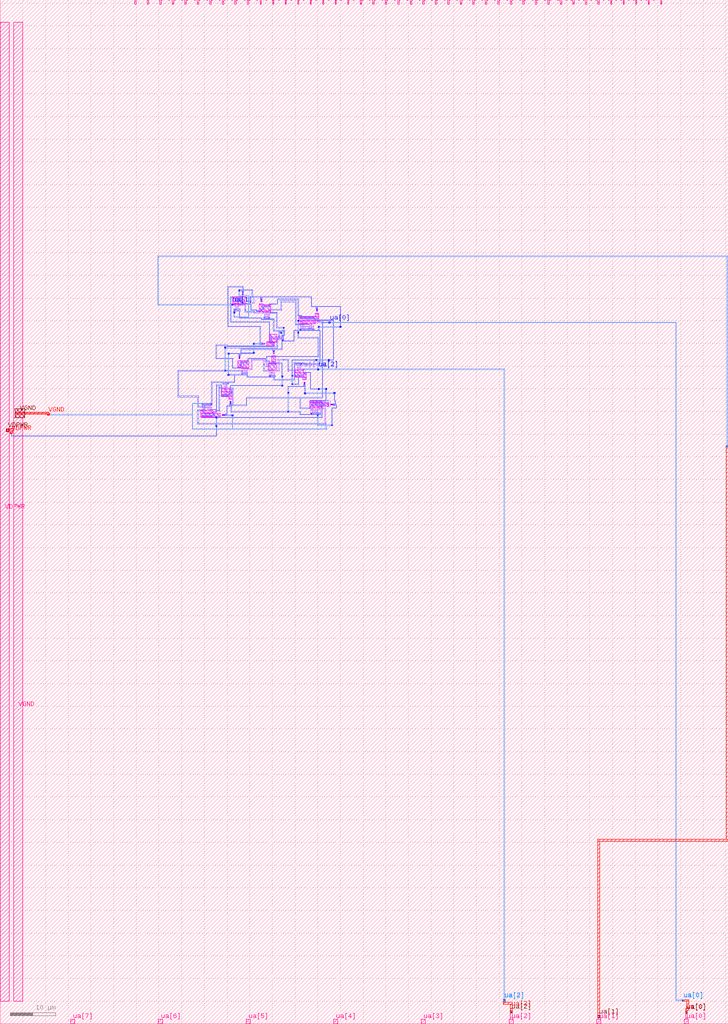
<source format=lef>
VERSION 5.7 ;
  NOWIREEXTENSIONATPIN ON ;
  DIVIDERCHAR "/" ;
  BUSBITCHARS "[]" ;
MACRO tt_um_test_5.gds
  CLASS BLOCK ;
  FOREIGN tt_um_test_5.gds ;
  ORIGIN 0.000 0.000 ;
  SIZE 160.510 BY 225.760 ;
  PIN clk
    DIRECTION INPUT ;
    PORT
      LAYER met4 ;
        RECT 142.830 224.760 143.130 225.760 ;
    END
  END clk
  PIN VDPWR
    DIRECTION INOUT ;
    USE POWER ;
    PORT
      LAYER met3 ;
        RECT 2.445 131.235 2.755 131.305 ;
        RECT 1.340 131.210 2.810 131.235 ;
        RECT 1.340 130.885 2.860 131.210 ;
        RECT 1.340 130.515 2.810 130.885 ;
        RECT 2.175 130.220 2.725 130.515 ;
        RECT 2.175 130.070 2.580 130.220 ;
      LAYER via3 ;
        RECT 1.400 130.625 1.900 131.125 ;
      LAYER met4 ;
        RECT 0.000 5.000 2.000 220.760 ;
    END
    PORT
      LAYER met4 ;
        RECT 145.590 224.760 145.890 225.760 ;
    END
  END VDPWR
  PIN VGND
    DIRECTION INOUT ;
    USE GROUND ;
    PORT
      LAYER met3 ;
        RECT 3.350 134.815 5.350 135.630 ;
        RECT 9.975 134.815 10.675 134.825 ;
        RECT 3.350 134.625 10.675 134.815 ;
        RECT 3.350 134.385 10.925 134.625 ;
        RECT 3.350 133.570 5.350 134.385 ;
        RECT 10.375 134.325 10.925 134.385 ;
        RECT 10.375 134.320 10.875 134.325 ;
        RECT 10.375 134.125 10.825 134.320 ;
      LAYER via3 ;
        RECT 3.350 133.600 5.350 135.600 ;
      LAYER met4 ;
        RECT 3.000 135.605 5.000 220.760 ;
        RECT 3.000 133.595 5.355 135.605 ;
        RECT 3.000 5.000 5.000 133.595 ;
    END
    PORT
      LAYER met4 ;
        RECT 140.070 224.760 140.370 225.760 ;
    END
  END VGND
  PIN ua[0]
    DIRECTION INOUT ;
    ANTENNAGATEAREA 0.471000 ;
    ANTENNADIFFAREA 0.800500 ;
    PORT
      LAYER li1 ;
        RECT 68.855 154.745 69.175 155.455 ;
        RECT 68.855 154.560 71.140 154.745 ;
        RECT 68.855 154.525 69.175 154.560 ;
        RECT 68.545 154.355 69.175 154.525 ;
        RECT 68.545 153.475 68.715 154.355 ;
        RECT 67.760 153.305 68.715 153.475 ;
        RECT 49.770 140.015 51.335 140.185 ;
        RECT 49.770 139.945 50.100 140.015 ;
        RECT 68.485 135.790 68.945 136.225 ;
        RECT 68.160 135.605 68.945 135.790 ;
        RECT 68.485 135.495 68.945 135.605 ;
      LAYER mcon ;
        RECT 70.955 154.560 71.140 154.745 ;
        RECT 51.165 140.015 51.335 140.185 ;
        RECT 68.170 135.615 68.340 135.785 ;
      LAYER met1 ;
        RECT 70.925 154.685 71.170 154.805 ;
        RECT 72.470 154.685 72.730 154.760 ;
        RECT 70.925 154.515 72.785 154.685 ;
        RECT 70.925 154.500 71.170 154.515 ;
        RECT 51.105 139.985 51.395 140.215 ;
        RECT 51.165 136.495 51.335 139.985 ;
        RECT 70.955 138.145 71.140 154.500 ;
        RECT 72.470 154.440 72.730 154.515 ;
        RECT 54.210 137.960 71.140 138.145 ;
        RECT 54.210 136.495 54.395 137.960 ;
        RECT 51.160 136.310 54.395 136.495 ;
        RECT 66.060 135.790 66.245 137.960 ;
        RECT 68.110 135.790 68.400 135.815 ;
        RECT 66.060 135.605 68.400 135.790 ;
        RECT 68.110 135.585 68.400 135.605 ;
      LAYER via ;
        RECT 72.470 154.470 72.730 154.730 ;
      LAYER met2 ;
        RECT 72.440 154.685 72.760 154.730 ;
        RECT 72.440 154.515 149.085 154.685 ;
        RECT 72.440 154.470 72.760 154.515 ;
        RECT 148.915 5.285 149.085 154.515 ;
        RECT 150.395 5.285 150.805 5.310 ;
        RECT 148.915 5.115 150.805 5.285 ;
        RECT 150.395 5.030 150.805 5.115 ;
      LAYER via2 ;
        RECT 150.440 5.030 150.760 5.310 ;
      LAYER met3 ;
        RECT 150.415 4.965 151.785 5.335 ;
        RECT 151.415 3.385 151.785 4.965 ;
        RECT 151.115 3.015 151.785 3.385 ;
        RECT 151.115 2.315 151.485 3.015 ;
      LAYER via3 ;
        RECT 151.115 2.365 151.485 2.735 ;
      LAYER met4 ;
        RECT 151.110 2.360 151.490 2.740 ;
        RECT 151.115 1.000 151.485 2.360 ;
        RECT 150.810 0.000 151.710 1.000 ;
    END
  END ua[0]
  PIN ua[1]
    DIRECTION INOUT ;
    ANTENNAGATEAREA 0.247500 ;
    PORT
      LAYER li1 ;
        RECT 51.820 158.640 52.150 158.665 ;
        RECT 51.565 158.465 52.150 158.640 ;
        RECT 51.820 158.425 52.150 158.465 ;
      LAYER mcon ;
        RECT 51.615 158.470 51.785 158.640 ;
      LAYER met1 ;
        RECT 51.045 158.640 51.365 158.685 ;
        RECT 51.555 158.640 51.845 158.670 ;
        RECT 51.045 158.465 51.845 158.640 ;
        RECT 51.045 158.425 51.365 158.465 ;
        RECT 51.555 158.440 51.845 158.465 ;
      LAYER via ;
        RECT 51.075 158.425 51.335 158.685 ;
      LAYER met2 ;
        RECT 34.715 169.110 160.385 169.285 ;
        RECT 34.715 158.640 34.890 169.110 ;
        RECT 51.075 158.640 51.335 158.715 ;
        RECT 34.715 158.465 51.340 158.640 ;
        RECT 51.075 158.395 51.335 158.465 ;
        RECT 160.210 127.465 160.385 169.110 ;
        RECT 160.085 127.185 160.510 127.465 ;
        RECT 160.210 127.145 160.385 127.185 ;
      LAYER via2 ;
        RECT 160.130 127.185 160.465 127.465 ;
      LAYER met3 ;
        RECT 160.105 40.655 160.490 127.490 ;
        RECT 131.760 40.270 160.490 40.655 ;
        RECT 131.760 1.785 132.145 40.270 ;
        RECT 131.755 1.325 132.155 1.785 ;
      LAYER via3 ;
        RECT 131.755 1.355 132.155 1.755 ;
      LAYER met4 ;
        RECT 131.835 1.760 132.235 1.870 ;
        RECT 131.750 1.435 132.235 1.760 ;
        RECT 131.750 1.350 132.270 1.435 ;
        RECT 131.835 1.000 132.270 1.350 ;
        RECT 131.490 0.000 132.390 1.000 ;
    END
  END ua[1]
  PIN ua[2]
    DIRECTION INOUT ;
    ANTENNAGATEAREA 0.247500 ;
    PORT
      LAYER li1 ;
        RECT 65.920 144.365 66.250 144.385 ;
        RECT 65.920 144.155 67.005 144.365 ;
        RECT 65.920 144.145 66.250 144.155 ;
      LAYER mcon ;
        RECT 66.795 144.155 67.005 144.365 ;
      LAYER met1 ;
        RECT 66.765 144.365 67.035 144.425 ;
        RECT 69.970 144.365 70.230 144.420 ;
        RECT 66.745 144.155 70.230 144.365 ;
        RECT 66.765 144.095 67.035 144.155 ;
        RECT 69.970 144.100 70.230 144.155 ;
      LAYER via ;
        RECT 69.970 144.130 70.230 144.390 ;
      LAYER met2 ;
        RECT 69.940 144.365 70.260 144.390 ;
        RECT 69.940 144.155 111.205 144.365 ;
        RECT 69.940 144.130 70.260 144.155 ;
        RECT 110.995 5.375 111.205 144.155 ;
        RECT 110.880 5.095 111.320 5.375 ;
        RECT 110.995 4.745 111.205 5.095 ;
      LAYER via2 ;
        RECT 110.925 5.095 111.275 5.375 ;
      LAYER met3 ;
        RECT 110.900 4.700 111.300 5.400 ;
        RECT 110.900 4.300 112.900 4.700 ;
        RECT 112.500 2.400 112.900 4.300 ;
      LAYER via3 ;
        RECT 112.500 2.450 112.900 2.850 ;
      LAYER met4 ;
        RECT 112.495 2.445 112.905 2.855 ;
        RECT 112.500 1.000 112.900 2.445 ;
        RECT 112.170 0.000 113.070 1.000 ;
    END
  END ua[2]
  PIN ua[3]
    DIRECTION INOUT ;
    PORT
      LAYER met4 ;
        RECT 92.850 0.000 93.750 1.000 ;
    END
  END ua[3]
  PIN ua[4]
    DIRECTION INOUT ;
    PORT
      LAYER met4 ;
        RECT 73.530 0.000 74.430 1.000 ;
    END
  END ua[4]
  PIN ua[5]
    DIRECTION INOUT ;
    PORT
      LAYER met4 ;
        RECT 54.210 0.000 55.110 1.000 ;
    END
  END ua[5]
  PIN ua[6]
    DIRECTION INOUT ;
    PORT
      LAYER met4 ;
        RECT 34.890 0.000 35.790 1.000 ;
    END
  END ua[6]
  PIN ua[7]
    DIRECTION INOUT ;
    PORT
      LAYER met4 ;
        RECT 15.570 0.000 16.470 1.000 ;
    END
  END ua[7]
  PIN ui_in[0]
    DIRECTION INPUT ;
    PORT
      LAYER met4 ;
        RECT 137.310 224.760 137.610 225.760 ;
    END
  END ui_in[0]
  PIN ui_in[1]
    DIRECTION INPUT ;
    PORT
      LAYER met4 ;
        RECT 134.550 224.760 134.850 225.760 ;
    END
  END ui_in[1]
  PIN ui_in[2]
    DIRECTION INPUT ;
    PORT
      LAYER met4 ;
        RECT 131.790 224.760 132.090 225.760 ;
    END
  END ui_in[2]
  PIN ui_in[3]
    DIRECTION INPUT ;
    PORT
      LAYER met4 ;
        RECT 129.030 224.760 129.330 225.760 ;
    END
  END ui_in[3]
  PIN ui_in[4]
    DIRECTION INPUT ;
    PORT
      LAYER met4 ;
        RECT 126.270 224.760 126.570 225.760 ;
    END
  END ui_in[4]
  PIN ui_in[5]
    DIRECTION INPUT ;
    PORT
      LAYER met4 ;
        RECT 123.510 224.760 123.810 225.760 ;
    END
  END ui_in[5]
  PIN ui_in[6]
    DIRECTION INPUT ;
    PORT
      LAYER met4 ;
        RECT 120.750 224.760 121.050 225.760 ;
    END
  END ui_in[6]
  PIN ui_in[7]
    DIRECTION INPUT ;
    PORT
      LAYER met4 ;
        RECT 117.990 224.760 118.290 225.760 ;
    END
  END ui_in[7]
  PIN uio_in[0]
    DIRECTION INPUT ;
    PORT
      LAYER met4 ;
        RECT 115.230 224.760 115.530 225.760 ;
    END
  END uio_in[0]
  PIN uio_in[1]
    DIRECTION INPUT ;
    PORT
      LAYER met4 ;
        RECT 112.470 224.760 112.770 225.760 ;
    END
  END uio_in[1]
  PIN uio_in[2]
    DIRECTION INPUT ;
    PORT
      LAYER met4 ;
        RECT 109.710 224.760 110.010 225.760 ;
    END
  END uio_in[2]
  PIN uio_in[3]
    DIRECTION INPUT ;
    PORT
      LAYER met4 ;
        RECT 106.950 224.760 107.250 225.760 ;
    END
  END uio_in[3]
  PIN uio_in[4]
    DIRECTION INPUT ;
    PORT
      LAYER met4 ;
        RECT 104.190 224.760 104.490 225.760 ;
    END
  END uio_in[4]
  PIN uio_in[5]
    DIRECTION INPUT ;
    PORT
      LAYER met4 ;
        RECT 101.430 224.760 101.730 225.760 ;
    END
  END uio_in[5]
  PIN uio_in[6]
    DIRECTION INPUT ;
    PORT
      LAYER met4 ;
        RECT 98.670 224.760 98.970 225.760 ;
    END
  END uio_in[6]
  PIN uio_in[7]
    DIRECTION INPUT ;
    PORT
      LAYER met4 ;
        RECT 95.910 224.760 96.210 225.760 ;
    END
  END uio_in[7]
  PIN uio_oe[0]
    DIRECTION OUTPUT TRISTATE ;
    PORT
      LAYER met4 ;
        RECT 48.990 224.760 49.290 225.760 ;
    END
  END uio_oe[0]
  PIN uio_oe[1]
    DIRECTION OUTPUT TRISTATE ;
    PORT
      LAYER met4 ;
        RECT 46.230 224.760 46.530 225.760 ;
    END
  END uio_oe[1]
  PIN uio_oe[2]
    DIRECTION OUTPUT TRISTATE ;
    PORT
      LAYER met4 ;
        RECT 43.470 224.760 43.770 225.760 ;
    END
  END uio_oe[2]
  PIN uio_oe[3]
    DIRECTION OUTPUT TRISTATE ;
    PORT
      LAYER met4 ;
        RECT 40.710 224.760 41.010 225.760 ;
    END
  END uio_oe[3]
  PIN uio_oe[4]
    DIRECTION OUTPUT TRISTATE ;
    PORT
      LAYER met4 ;
        RECT 37.950 224.760 38.250 225.760 ;
    END
  END uio_oe[4]
  PIN uio_oe[5]
    DIRECTION OUTPUT TRISTATE ;
    PORT
      LAYER met4 ;
        RECT 35.190 224.760 35.490 225.760 ;
    END
  END uio_oe[5]
  PIN uio_oe[6]
    DIRECTION OUTPUT TRISTATE ;
    PORT
      LAYER met4 ;
        RECT 32.430 224.760 32.730 225.760 ;
    END
  END uio_oe[6]
  PIN uio_oe[7]
    DIRECTION OUTPUT TRISTATE ;
    PORT
      LAYER met4 ;
        RECT 29.670 224.760 29.970 225.760 ;
    END
  END uio_oe[7]
  PIN uio_out[0]
    DIRECTION OUTPUT TRISTATE ;
    PORT
      LAYER met4 ;
        RECT 71.070 224.760 71.370 225.760 ;
    END
  END uio_out[0]
  PIN uio_out[1]
    DIRECTION OUTPUT TRISTATE ;
    PORT
      LAYER met4 ;
        RECT 68.310 224.760 68.610 225.760 ;
    END
  END uio_out[1]
  PIN uio_out[2]
    DIRECTION OUTPUT TRISTATE ;
    PORT
      LAYER met4 ;
        RECT 65.550 224.760 65.850 225.760 ;
    END
  END uio_out[2]
  PIN uio_out[3]
    DIRECTION OUTPUT TRISTATE ;
    PORT
      LAYER met4 ;
        RECT 62.790 224.760 63.090 225.760 ;
    END
  END uio_out[3]
  PIN uio_out[4]
    DIRECTION OUTPUT TRISTATE ;
    PORT
      LAYER met4 ;
        RECT 60.030 224.760 60.330 225.760 ;
    END
  END uio_out[4]
  PIN uio_out[5]
    DIRECTION OUTPUT TRISTATE ;
    PORT
      LAYER met4 ;
        RECT 57.270 224.760 57.570 225.760 ;
    END
  END uio_out[5]
  PIN uio_out[6]
    DIRECTION OUTPUT TRISTATE ;
    PORT
      LAYER met4 ;
        RECT 54.510 224.760 54.810 225.760 ;
    END
  END uio_out[6]
  PIN uio_out[7]
    DIRECTION OUTPUT TRISTATE ;
    PORT
      LAYER met4 ;
        RECT 51.750 224.760 52.050 225.760 ;
    END
  END uio_out[7]
  PIN uo_out[0]
    DIRECTION OUTPUT TRISTATE ;
    PORT
      LAYER met4 ;
        RECT 93.150 224.760 93.450 225.760 ;
    END
  END uo_out[0]
  PIN uo_out[1]
    DIRECTION OUTPUT TRISTATE ;
    PORT
      LAYER met4 ;
        RECT 90.390 224.760 90.690 225.760 ;
    END
  END uo_out[1]
  PIN uo_out[2]
    DIRECTION OUTPUT TRISTATE ;
    PORT
      LAYER met4 ;
        RECT 87.630 224.760 87.930 225.760 ;
    END
  END uo_out[2]
  PIN uo_out[3]
    DIRECTION OUTPUT TRISTATE ;
    PORT
      LAYER met4 ;
        RECT 84.870 224.760 85.170 225.760 ;
    END
  END uo_out[3]
  PIN uo_out[4]
    DIRECTION OUTPUT TRISTATE ;
    PORT
      LAYER met4 ;
        RECT 82.110 224.760 82.410 225.760 ;
    END
  END uo_out[4]
  PIN uo_out[5]
    DIRECTION OUTPUT TRISTATE ;
    PORT
      LAYER met4 ;
        RECT 79.350 224.760 79.650 225.760 ;
    END
  END uo_out[5]
  PIN uo_out[6]
    DIRECTION OUTPUT TRISTATE ;
    PORT
      LAYER met4 ;
        RECT 76.590 224.760 76.890 225.760 ;
    END
  END uo_out[6]
  PIN uo_out[7]
    DIRECTION OUTPUT TRISTATE ;
    PORT
      LAYER met4 ;
        RECT 73.830 224.760 74.130 225.760 ;
    END
  END uo_out[7]
  OBS
      LAYER pwell ;
        RECT 53.385 160.765 53.555 161.290 ;
      LAYER nwell ;
        RECT 53.050 160.260 53.890 160.305 ;
        RECT 51.310 158.700 53.890 160.260 ;
      LAYER pwell ;
        RECT 57.485 159.165 57.655 159.690 ;
      LAYER nwell ;
        RECT 51.310 158.655 53.070 158.700 ;
        RECT 57.150 158.500 57.990 158.705 ;
      LAYER pwell ;
        RECT 51.645 157.265 51.815 157.435 ;
      LAYER nwell ;
        RECT 57.150 157.100 59.660 158.500 ;
      LAYER pwell ;
        RECT 69.735 157.115 69.905 157.640 ;
      LAYER nwell ;
        RECT 57.900 156.895 59.660 157.100 ;
        RECT 69.400 155.900 70.240 156.655 ;
      LAYER pwell ;
        RECT 59.150 155.505 59.320 155.675 ;
      LAYER nwell ;
        RECT 65.850 155.050 70.240 155.900 ;
        RECT 65.850 154.295 69.450 155.050 ;
      LAYER pwell ;
        RECT 66.185 152.905 66.355 153.075 ;
      LAYER nwell ;
        RECT 59.360 150.340 60.965 152.020 ;
      LAYER pwell ;
        RECT 62.185 150.595 62.355 150.765 ;
      LAYER nwell ;
        RECT 58.795 150.260 60.965 150.340 ;
      LAYER pwell ;
        RECT 57.810 149.835 58.335 150.005 ;
      LAYER nwell ;
        RECT 58.795 149.500 60.400 150.260 ;
      LAYER pwell ;
        RECT 60.235 147.715 60.405 148.240 ;
        RECT 52.685 146.665 52.855 147.190 ;
      LAYER nwell ;
        RECT 52.350 146.150 53.190 146.205 ;
        RECT 52.350 144.600 54.760 146.150 ;
        RECT 59.900 145.650 60.740 147.255 ;
        RECT 53.000 144.545 54.760 144.600 ;
        RECT 59.050 144.045 60.810 145.650 ;
      LAYER pwell ;
        RECT 66.255 145.375 66.425 145.545 ;
      LAYER nwell ;
        RECT 65.000 143.550 66.760 144.155 ;
      LAYER pwell ;
        RECT 53.335 143.155 53.505 143.325 ;
        RECT 59.390 142.655 59.560 142.825 ;
      LAYER nwell ;
        RECT 65.000 142.550 67.490 143.550 ;
        RECT 66.650 141.945 67.490 142.550 ;
      LAYER pwell ;
        RECT 50.105 141.175 50.275 141.345 ;
        RECT 66.985 140.960 67.155 141.485 ;
      LAYER nwell ;
        RECT 48.850 139.300 50.610 139.955 ;
        RECT 48.850 138.350 51.190 139.300 ;
        RECT 50.350 137.695 51.190 138.350 ;
      LAYER pwell ;
        RECT 50.685 136.710 50.855 137.235 ;
      LAYER nwell ;
        RECT 68.210 136.940 70.890 137.410 ;
      LAYER pwell ;
        RECT 46.380 136.525 46.550 136.695 ;
      LAYER nwell ;
        RECT 68.210 136.100 72.455 136.940 ;
      LAYER pwell ;
        RECT 72.915 136.435 73.440 136.605 ;
      LAYER nwell ;
        RECT 68.210 135.805 70.890 136.100 ;
        RECT 44.210 134.650 46.890 135.305 ;
        RECT 44.210 133.810 48.495 134.650 ;
      LAYER pwell ;
        RECT 68.550 134.415 68.720 134.585 ;
        RECT 48.955 134.145 49.480 134.315 ;
      LAYER nwell ;
        RECT 44.210 133.700 46.890 133.810 ;
      LAYER li1 ;
        RECT 53.240 161.525 53.700 161.695 ;
        RECT 53.325 160.800 53.615 161.525 ;
        RECT 51.500 159.985 52.880 160.155 ;
        RECT 51.840 158.845 52.050 159.985 ;
        RECT 52.220 158.835 52.550 159.815 ;
        RECT 53.325 158.975 53.615 160.140 ;
        RECT 57.340 159.925 57.800 160.095 ;
        RECT 57.425 159.200 57.715 159.925 ;
        RECT 52.320 158.495 52.550 158.835 ;
        RECT 53.240 158.805 53.700 158.975 ;
        RECT 52.880 158.495 54.085 158.590 ;
        RECT 52.320 158.415 54.085 158.495 ;
        RECT 52.320 158.310 53.040 158.415 ;
        RECT 51.820 157.435 52.050 158.255 ;
        RECT 52.320 158.235 52.550 158.310 ;
        RECT 52.220 157.605 52.550 158.235 ;
        RECT 53.910 157.585 54.085 158.415 ;
        RECT 51.500 157.265 52.880 157.435 ;
        RECT 53.910 157.415 54.090 157.585 ;
        RECT 53.910 157.090 54.085 157.415 ;
        RECT 57.425 157.375 57.715 158.540 ;
        RECT 58.090 158.225 59.470 158.395 ;
        RECT 57.340 157.205 57.800 157.375 ;
        RECT 55.910 156.845 56.095 157.090 ;
        RECT 58.185 157.085 58.515 158.225 ;
        RECT 59.045 157.255 59.375 158.040 ;
        RECT 69.590 157.875 70.050 158.045 ;
        RECT 58.695 157.085 59.375 157.255 ;
        RECT 69.675 157.150 69.965 157.875 ;
        RECT 58.175 156.845 58.525 156.915 ;
        RECT 55.910 156.665 58.525 156.845 ;
        RECT 55.910 156.660 58.320 156.665 ;
        RECT 58.695 156.485 58.865 157.085 ;
        RECT 59.035 156.840 59.385 156.915 ;
        RECT 59.035 156.665 59.640 156.840 ;
        RECT 59.245 156.660 59.640 156.665 ;
        RECT 58.185 155.675 58.455 156.485 ;
        RECT 58.625 155.845 58.955 156.485 ;
        RECT 59.125 155.675 59.365 156.485 ;
        RECT 58.090 155.505 59.470 155.675 ;
        RECT 66.040 155.625 69.260 155.795 ;
        RECT 66.125 154.775 66.505 155.455 ;
        RECT 66.125 153.815 66.295 154.775 ;
        RECT 66.715 154.605 66.885 155.035 ;
        RECT 67.095 154.775 67.265 155.625 ;
        RECT 67.435 154.945 67.765 155.455 ;
        RECT 67.935 155.115 68.105 155.625 ;
        RECT 68.275 154.945 68.675 155.455 ;
        RECT 69.675 155.325 69.965 156.490 ;
        RECT 69.590 155.155 70.050 155.325 ;
        RECT 67.435 154.775 68.675 154.945 ;
        RECT 66.465 154.435 67.770 154.605 ;
        RECT 66.465 153.985 66.710 154.435 ;
        RECT 66.880 154.065 67.430 154.265 ;
        RECT 67.600 154.235 67.770 154.435 ;
        RECT 67.600 154.065 67.975 154.235 ;
        RECT 68.145 153.815 68.375 154.315 ;
        RECT 66.125 153.645 68.375 153.815 ;
        RECT 66.175 153.075 66.505 153.465 ;
        RECT 66.675 153.325 66.845 153.645 ;
        RECT 67.015 153.075 67.345 153.465 ;
        RECT 68.885 153.075 69.175 153.910 ;
        RECT 66.040 152.905 69.260 153.075 ;
        RECT 59.465 151.000 59.635 151.830 ;
        RECT 61.365 151.500 61.635 151.595 ;
        RECT 59.805 151.270 62.015 151.500 ;
        RECT 59.805 151.170 60.785 151.270 ;
        RECT 61.385 151.170 62.015 151.270 ;
        RECT 59.465 150.790 60.775 151.000 ;
        RECT 59.465 150.450 59.635 150.790 ;
        RECT 60.955 150.770 61.195 151.100 ;
        RECT 62.185 151.000 62.355 151.830 ;
        RECT 61.365 150.770 62.355 151.000 ;
        RECT 62.185 150.450 62.355 150.770 ;
        RECT 57.405 150.065 57.575 150.150 ;
        RECT 60.125 150.065 60.295 150.150 ;
        RECT 57.405 149.775 58.300 150.065 ;
        RECT 58.960 149.775 60.295 150.065 ;
        RECT 57.405 149.690 57.575 149.775 ;
        RECT 60.125 149.690 60.295 149.775 ;
        RECT 60.090 148.475 60.550 148.645 ;
        RECT 60.175 147.750 60.465 148.475 ;
        RECT 52.540 147.425 53.000 147.595 ;
        RECT 52.625 146.700 52.915 147.425 ;
        RECT 55.385 146.480 55.610 146.610 ;
        RECT 55.790 146.480 58.270 146.490 ;
        RECT 55.385 146.255 58.270 146.480 ;
        RECT 52.625 144.875 52.915 146.040 ;
        RECT 53.190 145.875 54.570 146.045 ;
        RECT 53.275 144.905 53.535 145.875 ;
        RECT 52.540 144.705 53.000 144.875 ;
        RECT 53.275 143.615 53.515 144.565 ;
        RECT 53.705 144.530 54.035 145.705 ;
        RECT 54.205 144.905 54.485 145.875 ;
        RECT 53.705 144.380 54.485 144.530 ;
        RECT 55.385 144.380 55.610 146.255 ;
        RECT 55.790 146.245 58.270 146.255 ;
        RECT 58.025 145.480 58.270 146.245 ;
        RECT 57.995 145.170 58.305 145.480 ;
        RECT 58.665 144.995 58.835 147.185 ;
        RECT 60.175 145.925 60.465 147.090 ;
        RECT 61.185 146.285 62.610 146.510 ;
        RECT 60.090 145.755 60.550 145.925 ;
        RECT 59.240 145.375 60.620 145.545 ;
        RECT 59.335 144.995 59.665 145.190 ;
        RECT 58.665 144.825 59.665 144.995 ;
        RECT 53.705 144.155 55.610 144.380 ;
        RECT 59.335 144.405 59.665 144.825 ;
        RECT 59.335 144.235 60.015 144.405 ;
        RECT 60.195 144.235 60.525 145.375 ;
        RECT 53.705 144.000 54.485 144.155 ;
        RECT 59.325 144.050 59.675 144.065 ;
        RECT 53.705 143.495 54.030 144.000 ;
        RECT 59.280 143.855 59.675 144.050 ;
        RECT 54.200 143.325 54.485 143.830 ;
        RECT 59.325 143.815 59.675 143.855 ;
        RECT 59.845 143.635 60.015 144.235 ;
        RECT 60.185 144.055 60.535 144.065 ;
        RECT 61.185 144.055 61.510 146.285 ;
        RECT 65.190 145.375 66.570 145.545 ;
        RECT 65.520 144.575 65.850 145.205 ;
        RECT 63.390 144.210 63.615 144.215 ;
        RECT 65.520 144.210 65.750 144.575 ;
        RECT 66.020 144.555 66.250 145.375 ;
        RECT 60.185 143.830 61.610 144.055 ;
        RECT 63.390 143.995 65.750 144.210 ;
        RECT 63.390 143.990 63.615 143.995 ;
        RECT 65.520 143.975 65.750 143.995 ;
        RECT 60.185 143.815 60.535 143.830 ;
        RECT 53.190 143.155 54.570 143.325 ;
        RECT 59.345 142.825 59.585 143.635 ;
        RECT 59.755 142.995 60.085 143.635 ;
        RECT 60.255 142.825 60.525 143.635 ;
        RECT 65.520 142.995 65.850 143.975 ;
        RECT 66.020 142.825 66.230 143.965 ;
        RECT 66.840 143.275 67.300 143.445 ;
        RECT 59.240 142.655 60.620 142.825 ;
        RECT 65.190 142.655 66.570 142.825 ;
        RECT 66.925 142.110 67.215 143.275 ;
        RECT 49.040 141.175 50.420 141.345 ;
        RECT 49.370 140.375 49.700 141.005 ;
        RECT 49.370 140.365 49.600 140.375 ;
        RECT 48.185 140.135 49.600 140.365 ;
        RECT 49.870 140.355 50.100 141.175 ;
        RECT 66.925 140.725 67.215 141.450 ;
        RECT 66.840 140.555 67.300 140.725 ;
        RECT 49.370 139.775 49.600 140.135 ;
        RECT 49.370 138.795 49.700 139.775 ;
        RECT 49.870 138.625 50.080 139.765 ;
        RECT 50.540 139.025 51.000 139.195 ;
        RECT 49.040 138.455 50.420 138.625 ;
        RECT 50.625 137.860 50.915 139.025 ;
        RECT 44.400 136.525 46.700 136.695 ;
        RECT 44.485 135.805 45.080 136.355 ;
        RECT 45.250 136.125 46.185 136.525 ;
        RECT 50.625 136.475 50.915 137.200 ;
        RECT 68.400 137.135 70.700 137.305 ;
        RECT 68.485 136.565 68.745 136.965 ;
        RECT 68.915 136.735 69.850 137.135 ;
        RECT 70.020 136.625 70.615 136.965 ;
        RECT 70.955 136.665 71.125 136.750 ;
        RECT 73.675 136.665 73.845 136.750 ;
        RECT 46.355 135.955 46.615 136.355 ;
        RECT 50.540 136.305 51.000 136.475 ;
        RECT 68.485 136.395 69.850 136.565 ;
        RECT 44.485 134.655 44.725 135.635 ;
        RECT 44.905 134.485 45.080 135.805 ;
        RECT 45.250 135.785 46.615 135.955 ;
        RECT 45.250 134.715 45.985 135.785 ;
        RECT 46.155 135.540 46.615 135.615 ;
        RECT 46.155 135.355 47.640 135.540 ;
        RECT 46.155 134.885 46.615 135.355 ;
        RECT 47.455 135.295 47.640 135.355 ;
        RECT 69.115 135.325 69.850 136.395 ;
        RECT 48.185 135.295 48.415 135.320 ;
        RECT 47.455 135.110 48.415 135.295 ;
        RECT 48.185 135.090 48.415 135.110 ;
        RECT 68.485 135.155 69.850 135.325 ;
        RECT 70.020 135.305 70.195 136.625 ;
        RECT 70.375 135.810 70.615 136.455 ;
        RECT 70.955 136.375 72.290 136.665 ;
        RECT 72.950 136.375 73.845 136.665 ;
        RECT 70.955 136.290 71.125 136.375 ;
        RECT 73.675 136.290 73.845 136.375 ;
        RECT 70.375 135.770 71.755 135.810 ;
        RECT 70.375 135.595 71.770 135.770 ;
        RECT 70.375 135.475 70.615 135.595 ;
        RECT 68.485 134.755 68.745 135.155 ;
        RECT 45.250 134.545 46.615 134.715 ;
        RECT 68.915 134.585 69.850 134.985 ;
        RECT 70.020 134.755 70.615 135.305 ;
        RECT 44.485 134.145 45.080 134.485 ;
        RECT 45.250 133.975 46.185 134.375 ;
        RECT 46.355 134.145 46.615 134.545 ;
        RECT 46.995 134.375 47.165 134.460 ;
        RECT 49.715 134.375 49.885 134.460 ;
        RECT 68.400 134.415 70.700 134.585 ;
        RECT 46.995 134.085 48.330 134.375 ;
        RECT 48.990 134.085 49.885 134.375 ;
        RECT 46.995 134.000 47.165 134.085 ;
        RECT 49.715 134.000 49.885 134.085 ;
        RECT 44.400 133.805 46.700 133.975 ;
        RECT 71.530 132.130 71.770 135.595 ;
      LAYER mcon ;
        RECT 53.385 161.525 53.555 161.695 ;
        RECT 51.645 159.985 51.815 160.155 ;
        RECT 52.105 159.985 52.275 160.155 ;
        RECT 52.565 159.985 52.735 160.155 ;
        RECT 57.485 159.925 57.655 160.095 ;
        RECT 53.385 158.805 53.555 158.975 ;
        RECT 51.645 157.265 51.815 157.435 ;
        RECT 52.105 157.265 52.275 157.435 ;
        RECT 52.565 157.265 52.735 157.435 ;
        RECT 53.920 157.415 54.090 157.585 ;
        RECT 58.235 158.225 58.405 158.395 ;
        RECT 58.695 158.225 58.865 158.395 ;
        RECT 59.155 158.225 59.325 158.395 ;
        RECT 57.485 157.205 57.655 157.375 ;
        RECT 55.910 156.915 56.095 157.090 ;
        RECT 69.735 157.875 69.905 158.045 ;
        RECT 59.115 157.335 59.285 157.505 ;
        RECT 59.465 156.665 59.635 156.835 ;
        RECT 58.235 155.505 58.405 155.675 ;
        RECT 58.695 155.505 58.865 155.675 ;
        RECT 59.155 155.505 59.325 155.675 ;
        RECT 66.185 155.625 66.355 155.795 ;
        RECT 66.645 155.625 66.815 155.795 ;
        RECT 67.105 155.625 67.275 155.795 ;
        RECT 67.565 155.625 67.735 155.795 ;
        RECT 68.025 155.625 68.195 155.795 ;
        RECT 68.485 155.625 68.655 155.795 ;
        RECT 68.945 155.625 69.115 155.795 ;
        RECT 66.715 154.865 66.885 155.035 ;
        RECT 69.735 155.155 69.905 155.325 ;
        RECT 66.185 152.905 66.355 153.075 ;
        RECT 66.645 152.905 66.815 153.075 ;
        RECT 67.105 152.905 67.275 153.075 ;
        RECT 67.565 152.905 67.735 153.075 ;
        RECT 68.025 152.905 68.195 153.075 ;
        RECT 68.485 152.905 68.655 153.075 ;
        RECT 68.945 152.905 69.115 153.075 ;
        RECT 59.465 151.515 59.635 151.685 ;
        RECT 59.465 151.055 59.635 151.225 ;
        RECT 61.365 151.325 61.635 151.595 ;
        RECT 62.185 151.515 62.355 151.685 ;
        RECT 62.185 151.055 62.355 151.225 ;
        RECT 61.010 150.810 61.190 150.990 ;
        RECT 59.465 150.595 59.635 150.765 ;
        RECT 62.185 150.595 62.355 150.765 ;
        RECT 57.405 149.835 57.575 150.005 ;
        RECT 60.125 149.835 60.295 150.005 ;
        RECT 60.235 148.475 60.405 148.645 ;
        RECT 52.685 147.425 52.855 147.595 ;
        RECT 58.665 147.015 58.835 147.185 ;
        RECT 53.335 145.875 53.505 146.045 ;
        RECT 53.795 145.875 53.965 146.045 ;
        RECT 54.255 145.875 54.425 146.045 ;
        RECT 52.685 144.705 52.855 144.875 ;
        RECT 62.415 146.315 62.585 146.485 ;
        RECT 60.235 145.755 60.405 145.925 ;
        RECT 59.385 145.375 59.555 145.545 ;
        RECT 59.845 145.375 60.015 145.545 ;
        RECT 60.305 145.375 60.475 145.545 ;
        RECT 59.280 143.855 59.475 144.050 ;
        RECT 65.335 145.375 65.505 145.545 ;
        RECT 65.795 145.375 65.965 145.545 ;
        RECT 66.255 145.375 66.425 145.545 ;
        RECT 53.335 143.155 53.505 143.325 ;
        RECT 53.795 143.155 53.965 143.325 ;
        RECT 54.255 143.155 54.425 143.325 ;
        RECT 66.985 143.275 67.155 143.445 ;
        RECT 59.385 142.655 59.555 142.825 ;
        RECT 59.845 142.655 60.015 142.825 ;
        RECT 60.305 142.655 60.475 142.825 ;
        RECT 65.335 142.655 65.505 142.825 ;
        RECT 65.795 142.655 65.965 142.825 ;
        RECT 66.255 142.655 66.425 142.825 ;
        RECT 49.185 141.175 49.355 141.345 ;
        RECT 49.645 141.175 49.815 141.345 ;
        RECT 50.105 141.175 50.275 141.345 ;
        RECT 66.985 140.555 67.155 140.725 ;
        RECT 50.685 139.025 50.855 139.195 ;
        RECT 49.185 138.455 49.355 138.625 ;
        RECT 49.645 138.455 49.815 138.625 ;
        RECT 50.105 138.455 50.275 138.625 ;
        RECT 44.545 136.525 44.715 136.695 ;
        RECT 45.005 136.525 45.175 136.695 ;
        RECT 45.465 136.525 45.635 136.695 ;
        RECT 45.925 136.525 46.095 136.695 ;
        RECT 46.385 136.525 46.555 136.695 ;
        RECT 44.485 135.975 44.655 136.145 ;
        RECT 68.545 137.135 68.715 137.305 ;
        RECT 69.005 137.135 69.175 137.305 ;
        RECT 69.465 137.135 69.635 137.305 ;
        RECT 69.925 137.135 70.095 137.305 ;
        RECT 70.385 137.135 70.555 137.305 ;
        RECT 50.685 136.305 50.855 136.475 ;
        RECT 44.485 135.125 44.725 135.365 ;
        RECT 70.955 136.435 71.125 136.605 ;
        RECT 73.675 136.435 73.845 136.605 ;
        RECT 68.545 134.415 68.715 134.585 ;
        RECT 69.005 134.415 69.175 134.585 ;
        RECT 69.465 134.415 69.635 134.585 ;
        RECT 69.925 134.415 70.095 134.585 ;
        RECT 70.385 134.415 70.555 134.585 ;
        RECT 46.995 134.145 47.165 134.315 ;
        RECT 49.715 134.145 49.885 134.315 ;
        RECT 44.545 133.805 44.715 133.975 ;
        RECT 45.005 133.805 45.175 133.975 ;
        RECT 45.465 133.805 45.635 133.975 ;
        RECT 45.925 133.805 46.095 133.975 ;
        RECT 46.385 133.805 46.555 133.975 ;
      LAYER met1 ;
        RECT 50.125 162.420 53.625 162.575 ;
        RECT 50.125 153.825 50.280 162.420 ;
        RECT 53.470 161.850 53.625 162.420 ;
        RECT 53.240 161.825 55.625 161.850 ;
        RECT 52.625 161.815 55.625 161.825 ;
        RECT 52.575 161.695 55.625 161.815 ;
        RECT 52.575 161.670 53.700 161.695 ;
        RECT 52.575 161.495 52.835 161.670 ;
        RECT 53.240 161.370 53.700 161.670 ;
        RECT 55.470 160.380 55.625 161.695 ;
        RECT 50.725 160.310 51.575 160.325 ;
        RECT 50.725 160.300 52.880 160.310 ;
        RECT 50.725 160.170 53.170 160.300 ;
        RECT 55.470 160.225 68.725 160.380 ;
        RECT 50.725 154.775 50.880 160.170 ;
        RECT 51.500 160.160 53.170 160.170 ;
        RECT 51.500 159.830 52.880 160.160 ;
        RECT 53.030 159.570 53.170 160.160 ;
        RECT 57.340 159.770 57.800 160.225 ;
        RECT 52.880 159.430 53.170 159.570 ;
        RECT 61.070 159.670 65.775 159.825 ;
        RECT 52.880 159.120 53.020 159.430 ;
        RECT 53.240 159.120 53.700 159.130 ;
        RECT 52.880 158.980 53.700 159.120 ;
        RECT 53.240 158.795 53.700 158.980 ;
        RECT 53.240 158.655 55.320 158.795 ;
        RECT 61.070 158.775 61.225 159.670 ;
        RECT 53.240 158.650 53.700 158.655 ;
        RECT 51.500 157.110 52.880 157.590 ;
        RECT 53.890 157.355 54.120 157.645 ;
        RECT 55.180 157.470 55.320 158.655 ;
        RECT 59.315 158.620 61.225 158.775 ;
        RECT 61.790 159.130 65.295 159.420 ;
        RECT 59.315 158.550 59.470 158.620 ;
        RECT 57.725 158.395 59.470 158.550 ;
        RECT 57.725 157.930 57.880 158.395 ;
        RECT 58.090 158.070 59.470 158.395 ;
        RECT 57.725 157.775 58.075 157.930 ;
        RECT 57.920 157.620 58.075 157.775 ;
        RECT 57.735 157.530 58.115 157.620 ;
        RECT 51.525 156.965 51.680 157.110 ;
        RECT 51.475 156.645 51.735 156.965 ;
        RECT 52.680 155.680 52.835 157.110 ;
        RECT 53.915 157.090 54.090 157.355 ;
        RECT 55.180 157.330 56.620 157.470 ;
        RECT 56.480 157.170 56.620 157.330 ;
        RECT 57.340 157.385 58.115 157.530 ;
        RECT 59.085 157.505 59.315 157.535 ;
        RECT 61.790 157.505 62.080 159.130 ;
        RECT 57.340 157.170 57.800 157.385 ;
        RECT 59.045 157.335 62.085 157.505 ;
        RECT 59.085 157.305 59.315 157.335 ;
        RECT 55.850 157.090 56.155 157.120 ;
        RECT 53.910 156.915 56.155 157.090 ;
        RECT 56.480 157.050 57.800 157.170 ;
        RECT 56.480 157.030 57.420 157.050 ;
        RECT 55.850 156.885 56.155 156.915 ;
        RECT 59.405 156.840 59.695 156.865 ;
        RECT 59.405 156.805 61.040 156.840 ;
        RECT 59.405 156.660 61.055 156.805 ;
        RECT 59.405 156.635 59.695 156.660 ;
        RECT 52.680 155.525 57.675 155.680 ;
        RECT 57.520 155.380 57.675 155.525 ;
        RECT 58.090 155.475 59.470 155.830 ;
        RECT 58.020 155.385 59.470 155.475 ;
        RECT 58.020 155.380 60.375 155.385 ;
        RECT 57.520 155.230 60.375 155.380 ;
        RECT 57.520 155.225 58.175 155.230 ;
        RECT 50.725 154.620 59.465 154.775 ;
        RECT 50.125 153.670 57.405 153.825 ;
        RECT 57.250 150.150 57.405 153.670 ;
        RECT 59.310 151.830 59.465 154.620 ;
        RECT 60.220 152.885 60.375 155.230 ;
        RECT 60.845 153.605 61.055 156.660 ;
        RECT 65.005 154.235 65.295 159.130 ;
        RECT 65.620 156.230 65.775 159.670 ;
        RECT 68.570 158.230 68.725 160.225 ;
        RECT 68.570 158.075 75.075 158.230 ;
        RECT 69.590 157.720 70.050 158.075 ;
        RECT 65.620 156.075 66.425 156.230 ;
        RECT 65.975 155.950 66.425 156.075 ;
        RECT 65.975 155.925 69.260 155.950 ;
        RECT 66.040 155.675 69.260 155.925 ;
        RECT 66.040 155.575 69.330 155.675 ;
        RECT 66.040 155.470 69.430 155.575 ;
        RECT 69.175 155.420 69.430 155.470 ;
        RECT 69.275 155.155 69.430 155.420 ;
        RECT 69.590 155.155 70.050 155.480 ;
        RECT 65.540 155.035 65.860 155.130 ;
        RECT 69.275 155.080 70.050 155.155 ;
        RECT 70.375 155.080 73.525 155.175 ;
        RECT 66.655 155.035 66.945 155.065 ;
        RECT 65.540 154.870 66.945 155.035 ;
        RECT 69.275 155.020 73.525 155.080 ;
        RECT 69.275 155.000 70.530 155.020 ;
        RECT 69.925 154.925 70.530 155.000 ;
        RECT 65.615 154.865 66.945 154.870 ;
        RECT 66.655 154.835 66.945 154.865 ;
        RECT 66.850 154.235 67.080 154.295 ;
        RECT 65.005 154.065 67.080 154.235 ;
        RECT 65.005 154.055 65.295 154.065 ;
        RECT 66.850 154.005 67.080 154.065 ;
        RECT 60.845 153.585 62.655 153.605 ;
        RECT 60.845 153.395 62.665 153.585 ;
        RECT 70.095 153.525 70.415 153.785 ;
        RECT 62.335 153.325 62.665 153.395 ;
        RECT 66.040 152.925 69.260 153.230 ;
        RECT 70.125 152.925 70.280 153.525 ;
        RECT 60.220 152.730 62.675 152.885 ;
        RECT 61.365 152.515 61.985 152.535 ;
        RECT 61.365 152.265 62.085 152.515 ;
        RECT 59.310 150.450 59.790 151.830 ;
        RECT 61.365 151.655 61.635 152.265 ;
        RECT 61.815 152.185 62.085 152.265 ;
        RECT 62.520 151.930 62.675 152.730 ;
        RECT 62.325 151.830 62.675 151.930 ;
        RECT 62.030 151.775 62.675 151.830 ;
        RECT 64.670 152.770 70.575 152.925 ;
        RECT 61.335 151.265 61.665 151.655 ;
        RECT 61.010 151.020 61.190 151.090 ;
        RECT 60.950 150.780 61.250 151.020 ;
        RECT 61.010 150.620 61.190 150.780 ;
        RECT 60.930 150.560 61.190 150.620 ;
        RECT 62.030 150.605 62.510 151.775 ;
        RECT 64.670 150.605 64.825 152.770 ;
        RECT 66.040 152.750 69.260 152.770 ;
        RECT 65.570 152.240 65.830 152.560 ;
        RECT 65.615 151.335 65.785 152.240 ;
        RECT 65.615 151.165 70.215 151.335 ;
        RECT 59.310 150.230 59.465 150.450 ;
        RECT 59.310 150.150 60.125 150.230 ;
        RECT 55.745 150.025 56.065 150.080 ;
        RECT 57.250 150.025 57.730 150.150 ;
        RECT 59.310 150.075 60.450 150.150 ;
        RECT 55.745 149.870 57.730 150.025 ;
        RECT 55.745 149.820 56.065 149.870 ;
        RECT 57.250 149.690 57.730 149.870 ;
        RECT 59.970 149.690 60.450 150.075 ;
        RECT 47.525 149.530 50.180 149.675 ;
        RECT 60.295 149.530 60.450 149.690 ;
        RECT 47.525 149.520 60.450 149.530 ;
        RECT 47.525 146.780 47.680 149.520 ;
        RECT 50.025 149.375 60.450 149.520 ;
        RECT 49.440 149.220 49.760 149.230 ;
        RECT 60.930 149.220 61.170 150.560 ;
        RECT 49.440 148.980 61.170 149.220 ;
        RECT 62.030 150.450 64.825 150.605 ;
        RECT 49.440 148.970 49.760 148.980 ;
        RECT 53.025 148.780 60.550 148.800 ;
        RECT 62.030 148.780 62.185 150.450 ;
        RECT 53.025 148.645 62.185 148.780 ;
        RECT 53.025 147.930 53.180 148.645 ;
        RECT 60.090 148.625 62.185 148.645 ;
        RECT 60.090 148.320 60.550 148.625 ;
        RECT 55.775 147.930 56.035 148.110 ;
        RECT 50.195 147.825 50.515 147.880 ;
        RECT 53.025 147.830 56.035 147.930 ;
        RECT 50.195 147.750 52.675 147.825 ;
        RECT 52.875 147.790 56.035 147.830 ;
        RECT 52.875 147.775 55.980 147.790 ;
        RECT 52.875 147.750 53.180 147.775 ;
        RECT 50.195 147.675 53.180 147.750 ;
        RECT 50.195 147.670 53.000 147.675 ;
        RECT 50.195 147.620 50.515 147.670 ;
        RECT 52.540 147.270 53.000 147.670 ;
        RECT 58.605 147.185 58.895 147.215 ;
        RECT 70.045 147.185 70.215 151.165 ;
        RECT 58.605 147.015 70.215 147.185 ;
        RECT 58.605 146.985 58.895 147.015 ;
        RECT 47.525 146.625 51.320 146.780 ;
        RECT 51.130 144.680 51.285 146.625 ;
        RECT 54.525 146.620 58.680 146.775 ;
        RECT 54.525 146.280 54.680 146.620 ;
        RECT 54.425 146.200 54.680 146.280 ;
        RECT 53.190 146.125 54.680 146.200 ;
        RECT 58.525 146.125 58.680 146.620 ;
        RECT 62.355 146.510 62.645 146.515 ;
        RECT 62.355 146.285 63.610 146.510 ;
        RECT 69.540 146.425 69.860 146.480 ;
        RECT 53.190 145.875 54.570 146.125 ;
        RECT 58.525 145.970 59.425 146.125 ;
        RECT 53.020 145.720 54.570 145.875 ;
        RECT 53.020 145.030 53.175 145.720 ;
        RECT 59.270 145.700 59.425 145.970 ;
        RECT 60.090 145.700 60.550 146.080 ;
        RECT 59.240 145.545 62.225 145.700 ;
        RECT 57.935 145.140 58.365 145.510 ;
        RECT 59.240 145.220 60.620 145.545 ;
        RECT 52.540 144.875 53.175 145.030 ;
        RECT 52.540 144.680 53.000 144.875 ;
        RECT 51.130 144.550 53.000 144.680 ;
        RECT 51.130 144.525 52.875 144.550 ;
        RECT 49.440 144.120 49.760 144.130 ;
        RECT 39.150 143.880 53.515 144.120 ;
        RECT 57.995 144.050 58.305 145.140 ;
        RECT 59.250 144.050 59.505 144.080 ;
        RECT 39.150 138.420 39.390 143.880 ;
        RECT 49.440 143.870 49.760 143.880 ;
        RECT 57.995 143.855 59.545 144.050 ;
        RECT 57.995 143.845 58.305 143.855 ;
        RECT 59.250 143.825 59.505 143.855 ;
        RECT 50.175 143.155 50.435 143.240 ;
        RECT 53.190 143.155 54.570 143.480 ;
        RECT 50.175 143.000 54.570 143.155 ;
        RECT 50.175 142.920 50.435 143.000 ;
        RECT 51.570 141.500 51.725 143.000 ;
        RECT 54.375 142.655 54.530 143.000 ;
        RECT 59.240 142.655 60.620 142.980 ;
        RECT 54.375 142.500 60.620 142.655 ;
        RECT 62.070 142.860 62.225 145.545 ;
        RECT 63.385 144.275 63.610 146.285 ;
        RECT 64.320 146.270 69.860 146.425 ;
        RECT 63.360 143.930 63.645 144.275 ;
        RECT 63.385 143.890 63.610 143.930 ;
        RECT 64.320 143.030 64.475 146.270 ;
        RECT 69.540 146.220 69.860 146.270 ;
        RECT 66.375 145.700 67.080 145.775 ;
        RECT 64.825 145.620 67.080 145.700 ;
        RECT 64.825 145.545 66.570 145.620 ;
        RECT 62.070 142.540 62.330 142.860 ;
        RECT 64.240 142.770 64.560 143.030 ;
        RECT 64.320 142.630 64.475 142.770 ;
        RECT 60.275 142.080 60.430 142.500 ;
        RECT 64.825 142.080 64.980 145.545 ;
        RECT 65.190 145.220 66.570 145.545 ;
        RECT 66.925 145.530 67.080 145.620 ;
        RECT 70.420 145.530 70.575 152.770 ;
        RECT 72.295 146.425 72.615 146.480 ;
        RECT 73.370 146.425 73.525 155.020 ;
        RECT 74.920 153.815 75.075 158.075 ;
        RECT 74.870 153.495 75.130 153.815 ;
        RECT 72.295 146.270 73.525 146.425 ;
        RECT 72.295 146.220 72.615 146.270 ;
        RECT 66.925 145.375 70.575 145.530 ;
        RECT 67.125 143.600 68.480 143.675 ;
        RECT 66.840 143.520 68.480 143.600 ;
        RECT 66.840 143.275 67.300 143.520 ;
        RECT 66.770 143.120 67.300 143.275 ;
        RECT 65.190 142.655 66.570 142.980 ;
        RECT 66.770 142.655 66.925 143.120 ;
        RECT 65.190 142.500 66.925 142.655 ;
        RECT 60.275 141.925 64.980 142.080 ;
        RECT 46.575 141.345 51.725 141.500 ;
        RECT 39.150 138.180 43.720 138.420 ;
        RECT 43.515 136.145 43.685 138.180 ;
        RECT 46.575 136.850 46.730 141.345 ;
        RECT 49.040 141.020 50.420 141.345 ;
        RECT 64.245 141.080 64.565 141.135 ;
        RECT 65.670 141.080 65.825 142.500 ;
        RECT 64.245 140.925 65.825 141.080 ;
        RECT 64.245 140.875 64.565 140.925 ;
        RECT 44.175 136.775 46.730 136.850 ;
        RECT 47.575 140.720 48.875 140.875 ;
        RECT 62.040 140.770 62.360 140.825 ;
        RECT 44.175 136.695 46.700 136.775 ;
        RECT 44.400 136.370 46.700 136.695 ;
        RECT 44.455 136.145 44.685 136.175 ;
        RECT 43.515 135.975 45.080 136.145 ;
        RECT 44.455 135.945 44.685 135.975 ;
        RECT 43.480 135.365 43.720 135.370 ;
        RECT 44.455 135.365 44.755 135.425 ;
        RECT 43.480 135.125 44.755 135.365 ;
        RECT 43.480 132.370 43.720 135.125 ;
        RECT 44.455 135.065 44.755 135.125 ;
        RECT 47.575 134.930 47.730 140.720 ;
        RECT 48.155 140.075 48.445 140.425 ;
        RECT 48.185 135.380 48.415 140.075 ;
        RECT 48.720 138.430 48.875 140.720 ;
        RECT 50.675 140.615 62.360 140.770 ;
        RECT 50.675 139.775 50.830 140.615 ;
        RECT 62.040 140.565 62.360 140.615 ;
        RECT 66.840 140.555 67.300 140.880 ;
        RECT 63.425 140.400 67.300 140.555 ;
        RECT 50.675 139.620 51.000 139.775 ;
        RECT 50.845 139.350 51.000 139.620 ;
        RECT 50.540 139.025 51.000 139.350 ;
        RECT 63.425 139.280 63.580 140.400 ;
        RECT 50.375 138.870 51.000 139.025 ;
        RECT 63.345 139.020 63.665 139.280 ;
        RECT 67.130 139.180 67.285 140.400 ;
        RECT 68.325 140.025 68.480 143.520 ;
        RECT 70.090 140.025 70.410 140.080 ;
        RECT 68.325 139.870 70.410 140.025 ;
        RECT 70.090 139.820 70.410 139.870 ;
        RECT 71.720 139.790 71.980 140.110 ;
        RECT 67.125 139.160 67.285 139.180 ;
        RECT 63.425 138.975 63.580 139.020 ;
        RECT 50.375 138.830 50.530 138.870 ;
        RECT 67.075 138.840 67.335 139.160 ;
        RECT 50.275 138.780 50.530 138.830 ;
        RECT 49.040 138.675 50.530 138.780 ;
        RECT 49.040 138.430 50.420 138.675 ;
        RECT 48.720 138.300 50.420 138.430 ;
        RECT 48.720 138.275 50.325 138.300 ;
        RECT 71.770 137.460 71.925 139.790 ;
        RECT 73.570 138.890 73.830 139.210 ;
        RECT 68.400 137.305 71.925 137.460 ;
        RECT 73.620 137.430 73.775 138.890 ;
        RECT 68.400 137.125 70.700 137.305 ;
        RECT 73.620 137.275 74.025 137.430 ;
        RECT 68.400 136.980 70.955 137.125 ;
        RECT 70.575 136.970 70.955 136.980 ;
        RECT 70.800 136.750 70.955 136.970 ;
        RECT 73.870 136.750 74.025 137.275 ;
        RECT 50.540 136.275 51.000 136.630 ;
        RECT 70.800 136.425 71.280 136.750 ;
        RECT 49.885 136.150 51.000 136.275 ;
        RECT 49.885 136.120 50.675 136.150 ;
        RECT 48.155 135.030 48.445 135.380 ;
        RECT 46.825 134.775 47.730 134.930 ;
        RECT 46.825 134.460 46.980 134.775 ;
        RECT 49.885 134.460 50.040 136.120 ;
        RECT 50.845 135.030 51.000 136.150 ;
        RECT 70.775 136.290 71.280 136.425 ;
        RECT 73.520 136.675 74.025 136.750 ;
        RECT 73.520 136.425 74.000 136.675 ;
        RECT 73.520 136.290 74.225 136.425 ;
        RECT 70.775 135.975 70.930 136.290 ;
        RECT 73.875 136.270 74.225 136.290 ;
        RECT 70.775 135.820 71.025 135.975 ;
        RECT 74.070 135.825 74.225 136.270 ;
        RECT 63.345 135.030 63.665 135.085 ;
        RECT 50.845 134.875 66.225 135.030 ;
        RECT 63.345 134.825 63.665 134.875 ;
        RECT 46.825 134.180 47.320 134.460 ;
        RECT 46.525 134.130 47.320 134.180 ;
        RECT 44.400 134.025 47.320 134.130 ;
        RECT 44.400 133.725 46.700 134.025 ;
        RECT 46.840 134.000 47.320 134.025 ;
        RECT 49.560 134.235 50.040 134.460 ;
        RECT 66.070 134.380 66.225 134.875 ;
        RECT 68.400 134.380 70.700 134.740 ;
        RECT 51.070 134.235 51.330 134.315 ;
        RECT 49.560 134.080 51.330 134.235 ;
        RECT 66.070 134.260 70.700 134.380 ;
        RECT 66.070 134.225 68.675 134.260 ;
        RECT 49.560 134.000 50.040 134.080 ;
        RECT 51.070 133.995 51.330 134.080 ;
        RECT 69.845 134.020 70.165 134.260 ;
        RECT 69.925 133.975 70.080 134.020 ;
        RECT 47.525 133.725 47.785 133.810 ;
        RECT 70.870 133.725 71.025 135.820 ;
        RECT 44.400 133.650 71.025 133.725 ;
        RECT 46.430 133.570 71.025 133.650 ;
        RECT 73.070 135.670 74.225 135.825 ;
        RECT 47.525 133.490 47.785 133.570 ;
        RECT 71.470 132.370 71.830 132.400 ;
        RECT 43.480 132.130 71.830 132.370 ;
        RECT 71.470 132.100 71.830 132.130 ;
        RECT 73.070 132.115 73.225 135.670 ;
        RECT 47.525 131.640 47.785 131.960 ;
        RECT 73.020 131.795 73.280 132.115 ;
        RECT 47.575 129.680 47.730 131.640 ;
        RECT 2.425 129.525 47.730 129.680 ;
      LAYER via ;
        RECT 52.575 161.525 52.835 161.785 ;
        RECT 51.475 156.675 51.735 156.935 ;
        RECT 65.570 154.870 65.830 155.130 ;
        RECT 62.365 153.325 62.635 153.585 ;
        RECT 70.125 153.525 70.385 153.785 ;
        RECT 61.815 152.215 62.085 152.485 ;
        RECT 65.570 152.270 65.830 152.530 ;
        RECT 55.775 149.820 56.035 150.080 ;
        RECT 49.470 148.970 49.730 149.230 ;
        RECT 50.225 147.620 50.485 147.880 ;
        RECT 55.775 147.820 56.035 148.080 ;
        RECT 49.470 143.870 49.730 144.130 ;
        RECT 50.175 142.950 50.435 143.210 ;
        RECT 69.570 146.220 69.830 146.480 ;
        RECT 62.070 142.570 62.330 142.830 ;
        RECT 64.270 142.770 64.530 143.030 ;
        RECT 72.325 146.220 72.585 146.480 ;
        RECT 74.870 153.525 75.130 153.785 ;
        RECT 64.275 140.875 64.535 141.135 ;
        RECT 62.070 140.565 62.330 140.825 ;
        RECT 63.375 139.020 63.635 139.280 ;
        RECT 70.120 139.820 70.380 140.080 ;
        RECT 71.720 139.820 71.980 140.080 ;
        RECT 67.075 138.870 67.335 139.130 ;
        RECT 73.570 138.920 73.830 139.180 ;
        RECT 63.375 134.825 63.635 135.085 ;
        RECT 51.070 134.025 51.330 134.285 ;
        RECT 69.875 134.020 70.135 134.280 ;
        RECT 47.525 133.520 47.785 133.780 ;
        RECT 47.525 131.670 47.785 131.930 ;
        RECT 73.020 131.825 73.280 132.085 ;
      LAYER met2 ;
        RECT 52.625 161.785 52.780 161.825 ;
        RECT 52.545 161.525 52.865 161.785 ;
        RECT 52.625 160.575 52.780 161.525 ;
        RECT 52.625 160.420 54.825 160.575 ;
        RECT 51.445 156.675 51.765 156.935 ;
        RECT 51.525 155.880 51.680 156.675 ;
        RECT 54.670 155.880 54.825 160.420 ;
        RECT 51.525 155.725 54.825 155.880 ;
        RECT 65.570 154.840 65.830 155.160 ;
        RECT 62.365 152.485 62.635 153.615 ;
        RECT 65.615 152.530 65.785 154.840 ;
        RECT 70.125 153.730 70.385 153.815 ;
        RECT 74.840 153.730 75.160 153.785 ;
        RECT 70.125 153.575 75.160 153.730 ;
        RECT 70.125 153.495 70.385 153.575 ;
        RECT 74.840 153.525 75.160 153.575 ;
        RECT 61.785 152.215 62.635 152.485 ;
        RECT 65.540 152.270 65.860 152.530 ;
        RECT 55.775 149.790 56.035 150.110 ;
        RECT 49.470 148.940 49.730 149.260 ;
        RECT 49.480 144.160 49.720 148.940 ;
        RECT 55.825 148.080 55.980 149.790 ;
        RECT 50.225 147.590 50.485 147.910 ;
        RECT 55.745 147.820 56.065 148.080 ;
        RECT 55.825 147.775 55.980 147.820 ;
        RECT 49.470 143.840 49.730 144.160 ;
        RECT 50.225 143.210 50.380 147.590 ;
        RECT 69.570 146.425 69.830 146.510 ;
        RECT 72.325 146.425 72.585 146.510 ;
        RECT 69.570 146.270 72.585 146.425 ;
        RECT 69.570 146.190 69.830 146.270 ;
        RECT 72.325 146.190 72.585 146.270 ;
        RECT 50.145 142.950 50.465 143.210 ;
        RECT 62.040 142.570 62.360 142.830 ;
        RECT 64.270 142.740 64.530 143.060 ;
        RECT 62.120 140.855 62.275 142.570 ;
        RECT 64.320 141.165 64.475 142.740 ;
        RECT 62.070 140.535 62.330 140.855 ;
        RECT 64.275 140.845 64.535 141.165 ;
        RECT 70.120 140.025 70.380 140.110 ;
        RECT 71.690 140.025 72.010 140.080 ;
        RECT 70.120 139.870 72.010 140.025 ;
        RECT 70.120 139.790 70.380 139.870 ;
        RECT 71.690 139.820 72.010 139.870 ;
        RECT 63.375 138.990 63.635 139.310 ;
        RECT 67.045 139.080 67.365 139.130 ;
        RECT 73.540 139.080 73.860 139.180 ;
        RECT 42.325 136.695 44.330 136.850 ;
        RECT 42.325 134.335 42.480 136.695 ;
        RECT 63.425 135.115 63.580 138.990 ;
        RECT 67.045 138.925 73.860 139.080 ;
        RECT 67.045 138.870 67.365 138.925 ;
        RECT 73.540 138.920 73.860 138.925 ;
        RECT 63.375 134.795 63.635 135.115 ;
        RECT 10.575 134.180 42.480 134.335 ;
        RECT 42.325 131.230 42.480 134.180 ;
        RECT 51.040 134.025 51.360 134.285 ;
        RECT 47.495 133.520 47.815 133.780 ;
        RECT 47.575 131.930 47.730 133.520 ;
        RECT 47.495 131.670 47.815 131.930 ;
        RECT 47.575 131.625 47.730 131.670 ;
        RECT 51.120 131.230 51.275 134.025 ;
        RECT 69.875 133.990 70.135 134.310 ;
        RECT 69.925 132.030 70.080 133.990 ;
        RECT 72.990 132.030 73.310 132.085 ;
        RECT 69.925 131.875 73.310 132.030 ;
        RECT 71.820 131.230 71.975 131.875 ;
        RECT 72.990 131.825 73.310 131.875 ;
        RECT 42.325 131.075 71.975 131.230 ;
        RECT 2.425 129.525 2.580 130.225 ;
  END
END tt_um_test_5.gds
END LIBRARY


</source>
